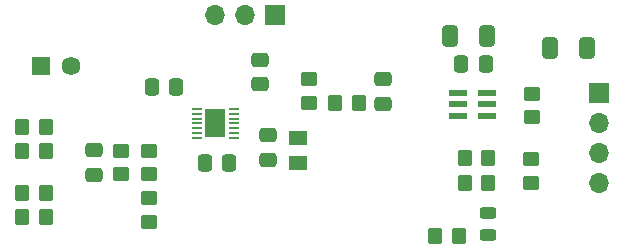
<source format=gbr>
%TF.GenerationSoftware,KiCad,Pcbnew,8.0.3-8.0.3-0~ubuntu24.04.1*%
%TF.CreationDate,2024-07-26T22:38:26-04:00*%
%TF.ProjectId,Microphone_ADC,4d696372-6f70-4686-9f6e-655f4144432e,rev?*%
%TF.SameCoordinates,Original*%
%TF.FileFunction,Soldermask,Top*%
%TF.FilePolarity,Negative*%
%FSLAX46Y46*%
G04 Gerber Fmt 4.6, Leading zero omitted, Abs format (unit mm)*
G04 Created by KiCad (PCBNEW 8.0.3-8.0.3-0~ubuntu24.04.1) date 2024-07-26 22:38:26*
%MOMM*%
%LPD*%
G01*
G04 APERTURE LIST*
G04 Aperture macros list*
%AMRoundRect*
0 Rectangle with rounded corners*
0 $1 Rounding radius*
0 $2 $3 $4 $5 $6 $7 $8 $9 X,Y pos of 4 corners*
0 Add a 4 corners polygon primitive as box body*
4,1,4,$2,$3,$4,$5,$6,$7,$8,$9,$2,$3,0*
0 Add four circle primitives for the rounded corners*
1,1,$1+$1,$2,$3*
1,1,$1+$1,$4,$5*
1,1,$1+$1,$6,$7*
1,1,$1+$1,$8,$9*
0 Add four rect primitives between the rounded corners*
20,1,$1+$1,$2,$3,$4,$5,0*
20,1,$1+$1,$4,$5,$6,$7,0*
20,1,$1+$1,$6,$7,$8,$9,0*
20,1,$1+$1,$8,$9,$2,$3,0*%
G04 Aperture macros list end*
%ADD10RoundRect,0.250000X-0.475000X0.337500X-0.475000X-0.337500X0.475000X-0.337500X0.475000X0.337500X0*%
%ADD11RoundRect,0.250000X0.350000X0.450000X-0.350000X0.450000X-0.350000X-0.450000X0.350000X-0.450000X0*%
%ADD12RoundRect,0.250000X0.412500X0.650000X-0.412500X0.650000X-0.412500X-0.650000X0.412500X-0.650000X0*%
%ADD13RoundRect,0.250000X-0.450000X0.350000X-0.450000X-0.350000X0.450000X-0.350000X0.450000X0.350000X0*%
%ADD14RoundRect,0.243750X0.456250X-0.243750X0.456250X0.243750X-0.456250X0.243750X-0.456250X-0.243750X0*%
%ADD15R,1.524000X0.584200*%
%ADD16R,0.812800X0.203200*%
%ADD17R,1.701800X2.387600*%
%ADD18RoundRect,0.250000X-0.337500X-0.475000X0.337500X-0.475000X0.337500X0.475000X-0.337500X0.475000X0*%
%ADD19R,1.500800X1.158800*%
%ADD20R,1.700000X1.700000*%
%ADD21O,1.700000X1.700000*%
%ADD22RoundRect,0.250000X0.475000X-0.337500X0.475000X0.337500X-0.475000X0.337500X-0.475000X-0.337500X0*%
%ADD23RoundRect,0.250000X0.450000X-0.350000X0.450000X0.350000X-0.450000X0.350000X-0.450000X-0.350000X0*%
%ADD24RoundRect,0.102000X-0.689000X0.689000X-0.689000X-0.689000X0.689000X-0.689000X0.689000X0.689000X0*%
%ADD25C,1.582000*%
%ADD26RoundRect,0.250000X0.337500X0.475000X-0.337500X0.475000X-0.337500X-0.475000X0.337500X-0.475000X0*%
%ADD27RoundRect,0.250000X-0.350000X-0.450000X0.350000X-0.450000X0.350000X0.450000X-0.350000X0.450000X0*%
G04 APERTURE END LIST*
D10*
%TO.C,C9*%
X149200000Y-89512500D03*
X149200000Y-91587500D03*
%TD*%
D11*
%TO.C,R5*%
X147200000Y-91550000D03*
X145200000Y-91550000D03*
%TD*%
D12*
%TO.C,C4*%
X166474100Y-86855450D03*
X163349100Y-86855450D03*
%TD*%
D13*
%TO.C,R4*%
X161750000Y-96280000D03*
X161750000Y-98280000D03*
%TD*%
%TO.C,R1*%
X127037500Y-95550000D03*
X127037500Y-97550000D03*
%TD*%
D14*
%TO.C,D1*%
X158100000Y-102730000D03*
X158100000Y-100855000D03*
%TD*%
D10*
%TO.C,C7*%
X139500000Y-94250000D03*
X139500000Y-96325000D03*
%TD*%
D15*
%TO.C,U1*%
X155611600Y-90680000D03*
X155611600Y-91630001D03*
X155611600Y-92580002D03*
X158050000Y-92580002D03*
X158050000Y-91630001D03*
X158050000Y-90680000D03*
%TD*%
D16*
%TO.C,U2*%
X136586300Y-94450000D03*
X136586300Y-94050001D03*
X136586300Y-93649999D03*
X136586300Y-93250000D03*
X136586300Y-92850001D03*
X136586300Y-92449999D03*
X136586300Y-92050000D03*
X133487500Y-92050000D03*
X133487500Y-92449999D03*
X133487500Y-92850001D03*
X133487500Y-93250000D03*
X133487500Y-93649999D03*
X133487500Y-94050001D03*
X133487500Y-94450000D03*
D17*
X135036900Y-93250000D03*
%TD*%
D18*
%TO.C,C5*%
X155862500Y-88180000D03*
X157937500Y-88180000D03*
%TD*%
D13*
%TO.C,R2*%
X129387500Y-99600000D03*
X129387500Y-101600000D03*
%TD*%
D11*
%TO.C,R13*%
X158150000Y-98280000D03*
X156150000Y-98280000D03*
%TD*%
D19*
%TO.C,L1*%
X142050000Y-94458100D03*
X142050000Y-96616900D03*
%TD*%
D20*
%TO.C,J3*%
X140112500Y-84100000D03*
D21*
X137572500Y-84100000D03*
X135032500Y-84100000D03*
%TD*%
D22*
%TO.C,C6*%
X138850000Y-89937500D03*
X138850000Y-87862500D03*
%TD*%
D23*
%TO.C,R14*%
X129387500Y-97550000D03*
X129387500Y-95550000D03*
%TD*%
D24*
%TO.C,MK1*%
X120317500Y-88350000D03*
D25*
X122857500Y-88350000D03*
%TD*%
D11*
%TO.C,R15*%
X120687500Y-101200000D03*
X118687500Y-101200000D03*
%TD*%
D26*
%TO.C,C3*%
X136225000Y-96600000D03*
X134150000Y-96600000D03*
%TD*%
D12*
%TO.C,C8*%
X158012500Y-85880000D03*
X154887500Y-85880000D03*
%TD*%
D26*
%TO.C,C1*%
X131737500Y-90150000D03*
X129662500Y-90150000D03*
%TD*%
D27*
%TO.C,R11*%
X153674100Y-102755450D03*
X155674100Y-102755450D03*
%TD*%
D23*
%TO.C,R20*%
X142937500Y-91500000D03*
X142937500Y-89500000D03*
%TD*%
D11*
%TO.C,R17*%
X120687500Y-93550000D03*
X118687500Y-93550000D03*
%TD*%
D27*
%TO.C,R16*%
X118687500Y-99150000D03*
X120687500Y-99150000D03*
%TD*%
D10*
%TO.C,C2*%
X124787500Y-95512500D03*
X124787500Y-97587500D03*
%TD*%
D27*
%TO.C,R12*%
X156150000Y-96130000D03*
X158150000Y-96130000D03*
%TD*%
D23*
%TO.C,R3*%
X161850000Y-92730000D03*
X161850000Y-90730000D03*
%TD*%
D20*
%TO.C,J1*%
X167500000Y-90630000D03*
D21*
X167500000Y-93170000D03*
X167500000Y-95710000D03*
X167500000Y-98250000D03*
%TD*%
D27*
%TO.C,R18*%
X118668700Y-95591400D03*
X120668700Y-95591400D03*
%TD*%
M02*

</source>
